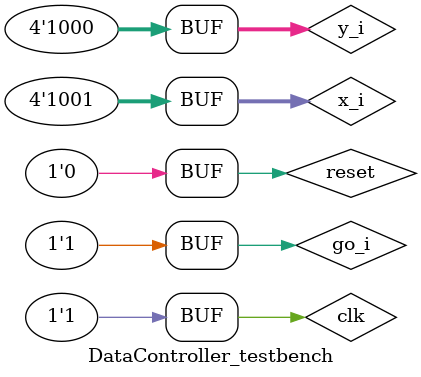
<source format=v>
`timescale 1ns / 1ps


module DataController_testbench;

	// Inputs
	reg [3:0] x_i;
	reg [3:0] y_i;
	reg go_i;
	reg clk;
	reg reset;

	// Outputs
	wire [3:0] state;
	wire x_neq_y;
	wire x_lt_y;
	wire x_sel;
	wire y_sel;
	wire x_write;
	wire y_write;
	wire d_write;
	wire [3:0] GCD_OUT;
	wire DONE;
	wire [3:0] x_dff_out;
	wire [3:0] y_dff_out;

	// Instantiate the Unit Under Test (UUT)
	DataControlTest uut (
		.state(state), 
		.x_i(x_i), 
		.y_i(y_i), 
		.x_neq_y(x_neq_y), 
		.x_lt_y(x_lt_y), 
		.go_i(go_i), 
		.x_sel(x_sel), 
		.y_sel(y_sel), 
		.x_write(x_write), 
		.y_write(y_write), 
		.d_write(d_write), 
		.clk(clk), 
		.reset(reset), 
		.GCD_OUT(GCD_OUT), 
		.DONE(DONE), 
		.x_dff_out(x_dff_out), 
		.y_dff_out(y_dff_out)
	);
	
	always begin
		clk = 0;
		#10;
		clk = 1;
		#10;
	end

	initial begin
		// Initialize Inputs
		x_i = 0;
		y_i = 0;
		go_i = 0;
		clk = 0;
		reset = 0;

		// Wait 100 ns for global reset to finish
		#300;
		x_i = 12;
		y_i = 9;
		go_i = 1;
		
		#300;
		go_i = 0;
		
		#50;
		x_i = 9;
		y_i = 8;
		go_i = 1;
		
		#300;
//		x_i = ;
//		y_i = ;
//		go_i = ;
//		
//		#300;
//		x_i = ;
//		y_i = ;
//		go_i = ;
//		
//		#300;
//		x_i = ;
//		y_i = ;
//		go_i = ;
        
		end
      
endmodule


</source>
